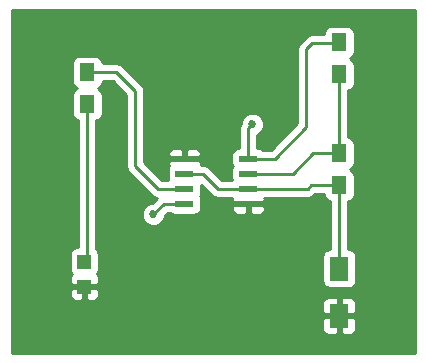
<source format=gtl>
G04 #@! TF.FileFunction,Copper,L1,Top,Signal*
%FSLAX46Y46*%
G04 Gerber Fmt 4.6, Leading zero omitted, Abs format (unit mm)*
G04 Created by KiCad (PCBNEW 4.0.1-stable) date 2017 February 12, Sunday 16:29:12*
%MOMM*%
G01*
G04 APERTURE LIST*
%ADD10C,0.100000*%
%ADD11R,1.600000X2.000000*%
%ADD12R,1.198880X1.198880*%
%ADD13R,1.300000X1.500000*%
%ADD14R,1.550000X0.600000*%
%ADD15C,0.685800*%
%ADD16C,0.254000*%
G04 APERTURE END LIST*
D10*
D11*
X182118000Y-105188000D03*
X182118000Y-109188000D03*
D12*
X160528000Y-104614980D03*
X160528000Y-106713020D03*
D13*
X182118000Y-86026000D03*
X182118000Y-88726000D03*
X182118000Y-95424000D03*
X182118000Y-98124000D03*
X160782000Y-88566000D03*
X160782000Y-91266000D03*
D14*
X169004000Y-95885000D03*
X169004000Y-97155000D03*
X169004000Y-98425000D03*
X169004000Y-99695000D03*
X174404000Y-99695000D03*
X174404000Y-98425000D03*
X174404000Y-97155000D03*
X174404000Y-95885000D03*
D15*
X171196000Y-103378000D03*
X166370000Y-100584000D03*
X174752000Y-92964000D03*
D16*
X182118000Y-98124000D02*
X179752000Y-98124000D01*
X179451000Y-98425000D02*
X174404000Y-98425000D01*
X179752000Y-98124000D02*
X179451000Y-98425000D01*
X169004000Y-97155000D02*
X170561000Y-97155000D01*
X170561000Y-97155000D02*
X171831000Y-98425000D01*
X171831000Y-98425000D02*
X174404000Y-98425000D01*
X182118000Y-98124000D02*
X182118000Y-104934000D01*
X182118000Y-104934000D02*
X182372000Y-105188000D01*
X160782000Y-91266000D02*
X160782000Y-104360980D01*
X160782000Y-104360980D02*
X160528000Y-104614980D01*
X169004000Y-99695000D02*
X167259000Y-99695000D01*
X167259000Y-99695000D02*
X166370000Y-100584000D01*
X174404000Y-95885000D02*
X174404000Y-93312000D01*
X174404000Y-93312000D02*
X174752000Y-92964000D01*
X174404000Y-95885000D02*
X176657000Y-95885000D01*
X179832000Y-86106000D02*
X182038000Y-86106000D01*
X179324000Y-86614000D02*
X179832000Y-86106000D01*
X179324000Y-93218000D02*
X179324000Y-86614000D01*
X176657000Y-95885000D02*
X179324000Y-93218000D01*
X182038000Y-86106000D02*
X182118000Y-86026000D01*
X182118000Y-95424000D02*
X179912000Y-95424000D01*
X178181000Y-97155000D02*
X174404000Y-97155000D01*
X179912000Y-95424000D02*
X178181000Y-97155000D01*
X182118000Y-88726000D02*
X182118000Y-95424000D01*
X169004000Y-98425000D02*
X166751000Y-98425000D01*
X163242000Y-88566000D02*
X160782000Y-88566000D01*
X164846000Y-90170000D02*
X163242000Y-88566000D01*
X164846000Y-96520000D02*
X164846000Y-90170000D01*
X166751000Y-98425000D02*
X164846000Y-96520000D01*
G36*
X188520000Y-112320000D02*
X154380000Y-112320000D01*
X154380000Y-109473750D01*
X180683000Y-109473750D01*
X180683000Y-110314309D01*
X180779673Y-110547698D01*
X180958301Y-110726327D01*
X181191690Y-110823000D01*
X181832250Y-110823000D01*
X181991000Y-110664250D01*
X181991000Y-109315000D01*
X182245000Y-109315000D01*
X182245000Y-110664250D01*
X182403750Y-110823000D01*
X183044310Y-110823000D01*
X183277699Y-110726327D01*
X183456327Y-110547698D01*
X183553000Y-110314309D01*
X183553000Y-109473750D01*
X183394250Y-109315000D01*
X182245000Y-109315000D01*
X181991000Y-109315000D01*
X180841750Y-109315000D01*
X180683000Y-109473750D01*
X154380000Y-109473750D01*
X154380000Y-108061691D01*
X180683000Y-108061691D01*
X180683000Y-108902250D01*
X180841750Y-109061000D01*
X181991000Y-109061000D01*
X181991000Y-107711750D01*
X182245000Y-107711750D01*
X182245000Y-109061000D01*
X183394250Y-109061000D01*
X183553000Y-108902250D01*
X183553000Y-108061691D01*
X183456327Y-107828302D01*
X183277699Y-107649673D01*
X183044310Y-107553000D01*
X182403750Y-107553000D01*
X182245000Y-107711750D01*
X181991000Y-107711750D01*
X181832250Y-107553000D01*
X181191690Y-107553000D01*
X180958301Y-107649673D01*
X180779673Y-107828302D01*
X180683000Y-108061691D01*
X154380000Y-108061691D01*
X154380000Y-106998770D01*
X159293560Y-106998770D01*
X159293560Y-107438769D01*
X159390233Y-107672158D01*
X159568861Y-107850787D01*
X159802250Y-107947460D01*
X160242250Y-107947460D01*
X160401000Y-107788710D01*
X160401000Y-106840020D01*
X160655000Y-106840020D01*
X160655000Y-107788710D01*
X160813750Y-107947460D01*
X161253750Y-107947460D01*
X161487139Y-107850787D01*
X161665767Y-107672158D01*
X161762440Y-107438769D01*
X161762440Y-106998770D01*
X161603690Y-106840020D01*
X160655000Y-106840020D01*
X160401000Y-106840020D01*
X159452310Y-106840020D01*
X159293560Y-106998770D01*
X154380000Y-106998770D01*
X154380000Y-104015540D01*
X159281120Y-104015540D01*
X159281120Y-105214420D01*
X159325398Y-105449737D01*
X159464470Y-105665861D01*
X159472659Y-105671456D01*
X159390233Y-105753882D01*
X159293560Y-105987271D01*
X159293560Y-106427270D01*
X159452310Y-106586020D01*
X160401000Y-106586020D01*
X160401000Y-106566020D01*
X160655000Y-106566020D01*
X160655000Y-106586020D01*
X161603690Y-106586020D01*
X161762440Y-106427270D01*
X161762440Y-105987271D01*
X161665767Y-105753882D01*
X161583555Y-105671669D01*
X161723871Y-105466310D01*
X161774880Y-105214420D01*
X161774880Y-104015540D01*
X161730602Y-103780223D01*
X161591530Y-103564099D01*
X161544000Y-103531623D01*
X161544000Y-92642366D01*
X161667317Y-92619162D01*
X161883441Y-92480090D01*
X162028431Y-92267890D01*
X162079440Y-92016000D01*
X162079440Y-90516000D01*
X162035162Y-90280683D01*
X161896090Y-90064559D01*
X161683890Y-89919569D01*
X161670803Y-89916919D01*
X161883441Y-89780090D01*
X162028431Y-89567890D01*
X162077010Y-89328000D01*
X162926370Y-89328000D01*
X164084000Y-90485631D01*
X164084000Y-96520000D01*
X164142004Y-96811605D01*
X164307185Y-97058815D01*
X166212185Y-98963815D01*
X166459395Y-99128996D01*
X166699595Y-99176775D01*
X166270357Y-99606013D01*
X166176337Y-99605931D01*
X165816788Y-99754493D01*
X165541460Y-100029341D01*
X165392270Y-100388630D01*
X165391931Y-100777663D01*
X165540493Y-101137212D01*
X165815341Y-101412540D01*
X166174630Y-101561730D01*
X166563663Y-101562069D01*
X166923212Y-101413507D01*
X167198540Y-101138659D01*
X167347730Y-100779370D01*
X167347813Y-100683817D01*
X167574630Y-100457000D01*
X167780364Y-100457000D01*
X167977110Y-100591431D01*
X168229000Y-100642440D01*
X169779000Y-100642440D01*
X170014317Y-100598162D01*
X170230441Y-100459090D01*
X170375431Y-100246890D01*
X170426440Y-99995000D01*
X170426440Y-99980750D01*
X172994000Y-99980750D01*
X172994000Y-100121310D01*
X173090673Y-100354699D01*
X173269302Y-100533327D01*
X173502691Y-100630000D01*
X174118250Y-100630000D01*
X174277000Y-100471250D01*
X174277000Y-99822000D01*
X174531000Y-99822000D01*
X174531000Y-100471250D01*
X174689750Y-100630000D01*
X175305309Y-100630000D01*
X175538698Y-100533327D01*
X175717327Y-100354699D01*
X175814000Y-100121310D01*
X175814000Y-99980750D01*
X175655250Y-99822000D01*
X174531000Y-99822000D01*
X174277000Y-99822000D01*
X173152750Y-99822000D01*
X172994000Y-99980750D01*
X170426440Y-99980750D01*
X170426440Y-99395000D01*
X170382162Y-99159683D01*
X170318322Y-99060472D01*
X170375431Y-98976890D01*
X170426440Y-98725000D01*
X170426440Y-98125000D01*
X170420198Y-98091829D01*
X171292184Y-98963815D01*
X171509943Y-99109317D01*
X171539395Y-99128996D01*
X171831000Y-99187000D01*
X173027837Y-99187000D01*
X172994000Y-99268690D01*
X172994000Y-99409250D01*
X173152750Y-99568000D01*
X174277000Y-99568000D01*
X174277000Y-99548000D01*
X174531000Y-99548000D01*
X174531000Y-99568000D01*
X175655250Y-99568000D01*
X175814000Y-99409250D01*
X175814000Y-99268690D01*
X175780163Y-99187000D01*
X179451000Y-99187000D01*
X179742605Y-99128996D01*
X179989815Y-98963815D01*
X180067630Y-98886000D01*
X180822818Y-98886000D01*
X180864838Y-99109317D01*
X181003910Y-99325441D01*
X181216110Y-99470431D01*
X181356000Y-99498759D01*
X181356000Y-103540560D01*
X181318000Y-103540560D01*
X181082683Y-103584838D01*
X180866559Y-103723910D01*
X180721569Y-103936110D01*
X180670560Y-104188000D01*
X180670560Y-106188000D01*
X180714838Y-106423317D01*
X180853910Y-106639441D01*
X181066110Y-106784431D01*
X181318000Y-106835440D01*
X182918000Y-106835440D01*
X183153317Y-106791162D01*
X183369441Y-106652090D01*
X183514431Y-106439890D01*
X183565440Y-106188000D01*
X183565440Y-104188000D01*
X183521162Y-103952683D01*
X183382090Y-103736559D01*
X183169890Y-103591569D01*
X182918000Y-103540560D01*
X182880000Y-103540560D01*
X182880000Y-99500366D01*
X183003317Y-99477162D01*
X183219441Y-99338090D01*
X183364431Y-99125890D01*
X183415440Y-98874000D01*
X183415440Y-97374000D01*
X183371162Y-97138683D01*
X183232090Y-96922559D01*
X183019890Y-96777569D01*
X183006803Y-96774919D01*
X183219441Y-96638090D01*
X183364431Y-96425890D01*
X183415440Y-96174000D01*
X183415440Y-94674000D01*
X183371162Y-94438683D01*
X183232090Y-94222559D01*
X183019890Y-94077569D01*
X182880000Y-94049241D01*
X182880000Y-90102366D01*
X183003317Y-90079162D01*
X183219441Y-89940090D01*
X183364431Y-89727890D01*
X183415440Y-89476000D01*
X183415440Y-87976000D01*
X183371162Y-87740683D01*
X183232090Y-87524559D01*
X183019890Y-87379569D01*
X183006803Y-87376919D01*
X183219441Y-87240090D01*
X183364431Y-87027890D01*
X183415440Y-86776000D01*
X183415440Y-85276000D01*
X183371162Y-85040683D01*
X183232090Y-84824559D01*
X183019890Y-84679569D01*
X182768000Y-84628560D01*
X181468000Y-84628560D01*
X181232683Y-84672838D01*
X181016559Y-84811910D01*
X180871569Y-85024110D01*
X180820560Y-85276000D01*
X180820560Y-85344000D01*
X179832000Y-85344000D01*
X179540395Y-85402004D01*
X179293184Y-85567185D01*
X178785185Y-86075185D01*
X178620004Y-86322395D01*
X178562000Y-86614000D01*
X178562000Y-92902369D01*
X176341370Y-95123000D01*
X175627636Y-95123000D01*
X175430890Y-94988569D01*
X175179000Y-94937560D01*
X175166000Y-94937560D01*
X175166000Y-93851028D01*
X175305212Y-93793507D01*
X175580540Y-93518659D01*
X175729730Y-93159370D01*
X175730069Y-92770337D01*
X175581507Y-92410788D01*
X175306659Y-92135460D01*
X174947370Y-91986270D01*
X174558337Y-91985931D01*
X174198788Y-92134493D01*
X173923460Y-92409341D01*
X173774270Y-92768630D01*
X173774147Y-92909432D01*
X173700004Y-93020395D01*
X173642000Y-93312000D01*
X173642000Y-94937560D01*
X173629000Y-94937560D01*
X173393683Y-94981838D01*
X173177559Y-95120910D01*
X173032569Y-95333110D01*
X172981560Y-95585000D01*
X172981560Y-96185000D01*
X173025838Y-96420317D01*
X173089678Y-96519528D01*
X173032569Y-96603110D01*
X172981560Y-96855000D01*
X172981560Y-97455000D01*
X173020698Y-97663000D01*
X172146631Y-97663000D01*
X171099815Y-96616185D01*
X170955864Y-96520000D01*
X170852605Y-96451004D01*
X170561000Y-96393000D01*
X170380163Y-96393000D01*
X170414000Y-96311310D01*
X170414000Y-96170750D01*
X170255250Y-96012000D01*
X169131000Y-96012000D01*
X169131000Y-96032000D01*
X168877000Y-96032000D01*
X168877000Y-96012000D01*
X167752750Y-96012000D01*
X167594000Y-96170750D01*
X167594000Y-96311310D01*
X167683806Y-96528122D01*
X167632569Y-96603110D01*
X167581560Y-96855000D01*
X167581560Y-97455000D01*
X167620698Y-97663000D01*
X167066630Y-97663000D01*
X165608000Y-96204370D01*
X165608000Y-95458690D01*
X167594000Y-95458690D01*
X167594000Y-95599250D01*
X167752750Y-95758000D01*
X168877000Y-95758000D01*
X168877000Y-95108750D01*
X169131000Y-95108750D01*
X169131000Y-95758000D01*
X170255250Y-95758000D01*
X170414000Y-95599250D01*
X170414000Y-95458690D01*
X170317327Y-95225301D01*
X170138698Y-95046673D01*
X169905309Y-94950000D01*
X169289750Y-94950000D01*
X169131000Y-95108750D01*
X168877000Y-95108750D01*
X168718250Y-94950000D01*
X168102691Y-94950000D01*
X167869302Y-95046673D01*
X167690673Y-95225301D01*
X167594000Y-95458690D01*
X165608000Y-95458690D01*
X165608000Y-90170000D01*
X165589931Y-90079162D01*
X165549997Y-89878396D01*
X165384816Y-89631185D01*
X163780815Y-88027185D01*
X163686252Y-87964000D01*
X163533605Y-87862004D01*
X163242000Y-87804000D01*
X162077182Y-87804000D01*
X162035162Y-87580683D01*
X161896090Y-87364559D01*
X161683890Y-87219569D01*
X161432000Y-87168560D01*
X160132000Y-87168560D01*
X159896683Y-87212838D01*
X159680559Y-87351910D01*
X159535569Y-87564110D01*
X159484560Y-87816000D01*
X159484560Y-89316000D01*
X159528838Y-89551317D01*
X159667910Y-89767441D01*
X159880110Y-89912431D01*
X159893197Y-89915081D01*
X159680559Y-90051910D01*
X159535569Y-90264110D01*
X159484560Y-90516000D01*
X159484560Y-92016000D01*
X159528838Y-92251317D01*
X159667910Y-92467441D01*
X159880110Y-92612431D01*
X160020000Y-92640759D01*
X160020000Y-103368100D01*
X159928560Y-103368100D01*
X159693243Y-103412378D01*
X159477119Y-103551450D01*
X159332129Y-103763650D01*
X159281120Y-104015540D01*
X154380000Y-104015540D01*
X154380000Y-83260000D01*
X188520000Y-83260000D01*
X188520000Y-112320000D01*
X188520000Y-112320000D01*
G37*
X188520000Y-112320000D02*
X154380000Y-112320000D01*
X154380000Y-109473750D01*
X180683000Y-109473750D01*
X180683000Y-110314309D01*
X180779673Y-110547698D01*
X180958301Y-110726327D01*
X181191690Y-110823000D01*
X181832250Y-110823000D01*
X181991000Y-110664250D01*
X181991000Y-109315000D01*
X182245000Y-109315000D01*
X182245000Y-110664250D01*
X182403750Y-110823000D01*
X183044310Y-110823000D01*
X183277699Y-110726327D01*
X183456327Y-110547698D01*
X183553000Y-110314309D01*
X183553000Y-109473750D01*
X183394250Y-109315000D01*
X182245000Y-109315000D01*
X181991000Y-109315000D01*
X180841750Y-109315000D01*
X180683000Y-109473750D01*
X154380000Y-109473750D01*
X154380000Y-108061691D01*
X180683000Y-108061691D01*
X180683000Y-108902250D01*
X180841750Y-109061000D01*
X181991000Y-109061000D01*
X181991000Y-107711750D01*
X182245000Y-107711750D01*
X182245000Y-109061000D01*
X183394250Y-109061000D01*
X183553000Y-108902250D01*
X183553000Y-108061691D01*
X183456327Y-107828302D01*
X183277699Y-107649673D01*
X183044310Y-107553000D01*
X182403750Y-107553000D01*
X182245000Y-107711750D01*
X181991000Y-107711750D01*
X181832250Y-107553000D01*
X181191690Y-107553000D01*
X180958301Y-107649673D01*
X180779673Y-107828302D01*
X180683000Y-108061691D01*
X154380000Y-108061691D01*
X154380000Y-106998770D01*
X159293560Y-106998770D01*
X159293560Y-107438769D01*
X159390233Y-107672158D01*
X159568861Y-107850787D01*
X159802250Y-107947460D01*
X160242250Y-107947460D01*
X160401000Y-107788710D01*
X160401000Y-106840020D01*
X160655000Y-106840020D01*
X160655000Y-107788710D01*
X160813750Y-107947460D01*
X161253750Y-107947460D01*
X161487139Y-107850787D01*
X161665767Y-107672158D01*
X161762440Y-107438769D01*
X161762440Y-106998770D01*
X161603690Y-106840020D01*
X160655000Y-106840020D01*
X160401000Y-106840020D01*
X159452310Y-106840020D01*
X159293560Y-106998770D01*
X154380000Y-106998770D01*
X154380000Y-104015540D01*
X159281120Y-104015540D01*
X159281120Y-105214420D01*
X159325398Y-105449737D01*
X159464470Y-105665861D01*
X159472659Y-105671456D01*
X159390233Y-105753882D01*
X159293560Y-105987271D01*
X159293560Y-106427270D01*
X159452310Y-106586020D01*
X160401000Y-106586020D01*
X160401000Y-106566020D01*
X160655000Y-106566020D01*
X160655000Y-106586020D01*
X161603690Y-106586020D01*
X161762440Y-106427270D01*
X161762440Y-105987271D01*
X161665767Y-105753882D01*
X161583555Y-105671669D01*
X161723871Y-105466310D01*
X161774880Y-105214420D01*
X161774880Y-104015540D01*
X161730602Y-103780223D01*
X161591530Y-103564099D01*
X161544000Y-103531623D01*
X161544000Y-92642366D01*
X161667317Y-92619162D01*
X161883441Y-92480090D01*
X162028431Y-92267890D01*
X162079440Y-92016000D01*
X162079440Y-90516000D01*
X162035162Y-90280683D01*
X161896090Y-90064559D01*
X161683890Y-89919569D01*
X161670803Y-89916919D01*
X161883441Y-89780090D01*
X162028431Y-89567890D01*
X162077010Y-89328000D01*
X162926370Y-89328000D01*
X164084000Y-90485631D01*
X164084000Y-96520000D01*
X164142004Y-96811605D01*
X164307185Y-97058815D01*
X166212185Y-98963815D01*
X166459395Y-99128996D01*
X166699595Y-99176775D01*
X166270357Y-99606013D01*
X166176337Y-99605931D01*
X165816788Y-99754493D01*
X165541460Y-100029341D01*
X165392270Y-100388630D01*
X165391931Y-100777663D01*
X165540493Y-101137212D01*
X165815341Y-101412540D01*
X166174630Y-101561730D01*
X166563663Y-101562069D01*
X166923212Y-101413507D01*
X167198540Y-101138659D01*
X167347730Y-100779370D01*
X167347813Y-100683817D01*
X167574630Y-100457000D01*
X167780364Y-100457000D01*
X167977110Y-100591431D01*
X168229000Y-100642440D01*
X169779000Y-100642440D01*
X170014317Y-100598162D01*
X170230441Y-100459090D01*
X170375431Y-100246890D01*
X170426440Y-99995000D01*
X170426440Y-99980750D01*
X172994000Y-99980750D01*
X172994000Y-100121310D01*
X173090673Y-100354699D01*
X173269302Y-100533327D01*
X173502691Y-100630000D01*
X174118250Y-100630000D01*
X174277000Y-100471250D01*
X174277000Y-99822000D01*
X174531000Y-99822000D01*
X174531000Y-100471250D01*
X174689750Y-100630000D01*
X175305309Y-100630000D01*
X175538698Y-100533327D01*
X175717327Y-100354699D01*
X175814000Y-100121310D01*
X175814000Y-99980750D01*
X175655250Y-99822000D01*
X174531000Y-99822000D01*
X174277000Y-99822000D01*
X173152750Y-99822000D01*
X172994000Y-99980750D01*
X170426440Y-99980750D01*
X170426440Y-99395000D01*
X170382162Y-99159683D01*
X170318322Y-99060472D01*
X170375431Y-98976890D01*
X170426440Y-98725000D01*
X170426440Y-98125000D01*
X170420198Y-98091829D01*
X171292184Y-98963815D01*
X171509943Y-99109317D01*
X171539395Y-99128996D01*
X171831000Y-99187000D01*
X173027837Y-99187000D01*
X172994000Y-99268690D01*
X172994000Y-99409250D01*
X173152750Y-99568000D01*
X174277000Y-99568000D01*
X174277000Y-99548000D01*
X174531000Y-99548000D01*
X174531000Y-99568000D01*
X175655250Y-99568000D01*
X175814000Y-99409250D01*
X175814000Y-99268690D01*
X175780163Y-99187000D01*
X179451000Y-99187000D01*
X179742605Y-99128996D01*
X179989815Y-98963815D01*
X180067630Y-98886000D01*
X180822818Y-98886000D01*
X180864838Y-99109317D01*
X181003910Y-99325441D01*
X181216110Y-99470431D01*
X181356000Y-99498759D01*
X181356000Y-103540560D01*
X181318000Y-103540560D01*
X181082683Y-103584838D01*
X180866559Y-103723910D01*
X180721569Y-103936110D01*
X180670560Y-104188000D01*
X180670560Y-106188000D01*
X180714838Y-106423317D01*
X180853910Y-106639441D01*
X181066110Y-106784431D01*
X181318000Y-106835440D01*
X182918000Y-106835440D01*
X183153317Y-106791162D01*
X183369441Y-106652090D01*
X183514431Y-106439890D01*
X183565440Y-106188000D01*
X183565440Y-104188000D01*
X183521162Y-103952683D01*
X183382090Y-103736559D01*
X183169890Y-103591569D01*
X182918000Y-103540560D01*
X182880000Y-103540560D01*
X182880000Y-99500366D01*
X183003317Y-99477162D01*
X183219441Y-99338090D01*
X183364431Y-99125890D01*
X183415440Y-98874000D01*
X183415440Y-97374000D01*
X183371162Y-97138683D01*
X183232090Y-96922559D01*
X183019890Y-96777569D01*
X183006803Y-96774919D01*
X183219441Y-96638090D01*
X183364431Y-96425890D01*
X183415440Y-96174000D01*
X183415440Y-94674000D01*
X183371162Y-94438683D01*
X183232090Y-94222559D01*
X183019890Y-94077569D01*
X182880000Y-94049241D01*
X182880000Y-90102366D01*
X183003317Y-90079162D01*
X183219441Y-89940090D01*
X183364431Y-89727890D01*
X183415440Y-89476000D01*
X183415440Y-87976000D01*
X183371162Y-87740683D01*
X183232090Y-87524559D01*
X183019890Y-87379569D01*
X183006803Y-87376919D01*
X183219441Y-87240090D01*
X183364431Y-87027890D01*
X183415440Y-86776000D01*
X183415440Y-85276000D01*
X183371162Y-85040683D01*
X183232090Y-84824559D01*
X183019890Y-84679569D01*
X182768000Y-84628560D01*
X181468000Y-84628560D01*
X181232683Y-84672838D01*
X181016559Y-84811910D01*
X180871569Y-85024110D01*
X180820560Y-85276000D01*
X180820560Y-85344000D01*
X179832000Y-85344000D01*
X179540395Y-85402004D01*
X179293184Y-85567185D01*
X178785185Y-86075185D01*
X178620004Y-86322395D01*
X178562000Y-86614000D01*
X178562000Y-92902369D01*
X176341370Y-95123000D01*
X175627636Y-95123000D01*
X175430890Y-94988569D01*
X175179000Y-94937560D01*
X175166000Y-94937560D01*
X175166000Y-93851028D01*
X175305212Y-93793507D01*
X175580540Y-93518659D01*
X175729730Y-93159370D01*
X175730069Y-92770337D01*
X175581507Y-92410788D01*
X175306659Y-92135460D01*
X174947370Y-91986270D01*
X174558337Y-91985931D01*
X174198788Y-92134493D01*
X173923460Y-92409341D01*
X173774270Y-92768630D01*
X173774147Y-92909432D01*
X173700004Y-93020395D01*
X173642000Y-93312000D01*
X173642000Y-94937560D01*
X173629000Y-94937560D01*
X173393683Y-94981838D01*
X173177559Y-95120910D01*
X173032569Y-95333110D01*
X172981560Y-95585000D01*
X172981560Y-96185000D01*
X173025838Y-96420317D01*
X173089678Y-96519528D01*
X173032569Y-96603110D01*
X172981560Y-96855000D01*
X172981560Y-97455000D01*
X173020698Y-97663000D01*
X172146631Y-97663000D01*
X171099815Y-96616185D01*
X170955864Y-96520000D01*
X170852605Y-96451004D01*
X170561000Y-96393000D01*
X170380163Y-96393000D01*
X170414000Y-96311310D01*
X170414000Y-96170750D01*
X170255250Y-96012000D01*
X169131000Y-96012000D01*
X169131000Y-96032000D01*
X168877000Y-96032000D01*
X168877000Y-96012000D01*
X167752750Y-96012000D01*
X167594000Y-96170750D01*
X167594000Y-96311310D01*
X167683806Y-96528122D01*
X167632569Y-96603110D01*
X167581560Y-96855000D01*
X167581560Y-97455000D01*
X167620698Y-97663000D01*
X167066630Y-97663000D01*
X165608000Y-96204370D01*
X165608000Y-95458690D01*
X167594000Y-95458690D01*
X167594000Y-95599250D01*
X167752750Y-95758000D01*
X168877000Y-95758000D01*
X168877000Y-95108750D01*
X169131000Y-95108750D01*
X169131000Y-95758000D01*
X170255250Y-95758000D01*
X170414000Y-95599250D01*
X170414000Y-95458690D01*
X170317327Y-95225301D01*
X170138698Y-95046673D01*
X169905309Y-94950000D01*
X169289750Y-94950000D01*
X169131000Y-95108750D01*
X168877000Y-95108750D01*
X168718250Y-94950000D01*
X168102691Y-94950000D01*
X167869302Y-95046673D01*
X167690673Y-95225301D01*
X167594000Y-95458690D01*
X165608000Y-95458690D01*
X165608000Y-90170000D01*
X165589931Y-90079162D01*
X165549997Y-89878396D01*
X165384816Y-89631185D01*
X163780815Y-88027185D01*
X163686252Y-87964000D01*
X163533605Y-87862004D01*
X163242000Y-87804000D01*
X162077182Y-87804000D01*
X162035162Y-87580683D01*
X161896090Y-87364559D01*
X161683890Y-87219569D01*
X161432000Y-87168560D01*
X160132000Y-87168560D01*
X159896683Y-87212838D01*
X159680559Y-87351910D01*
X159535569Y-87564110D01*
X159484560Y-87816000D01*
X159484560Y-89316000D01*
X159528838Y-89551317D01*
X159667910Y-89767441D01*
X159880110Y-89912431D01*
X159893197Y-89915081D01*
X159680559Y-90051910D01*
X159535569Y-90264110D01*
X159484560Y-90516000D01*
X159484560Y-92016000D01*
X159528838Y-92251317D01*
X159667910Y-92467441D01*
X159880110Y-92612431D01*
X160020000Y-92640759D01*
X160020000Y-103368100D01*
X159928560Y-103368100D01*
X159693243Y-103412378D01*
X159477119Y-103551450D01*
X159332129Y-103763650D01*
X159281120Y-104015540D01*
X154380000Y-104015540D01*
X154380000Y-83260000D01*
X188520000Y-83260000D01*
X188520000Y-112320000D01*
M02*

</source>
